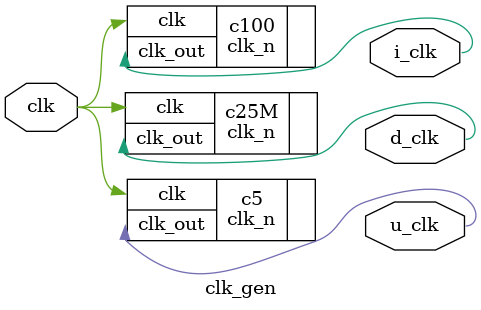
<source format=v>
module clk_gen (input clk, output wire i_clk, output wire d_clk, output wire u_clk);
    
    clk_n #(.freq(100)) c100 (.clk(clk), .clk_out(i_clk));
    clk_n #(.freq(25000000)) c25M (.clk(clk), .clk_out(d_clk));
    clk_n #(.freq(5)) c5 (.clk(clk), .clk_out(u_clk));

endmodule
</source>
